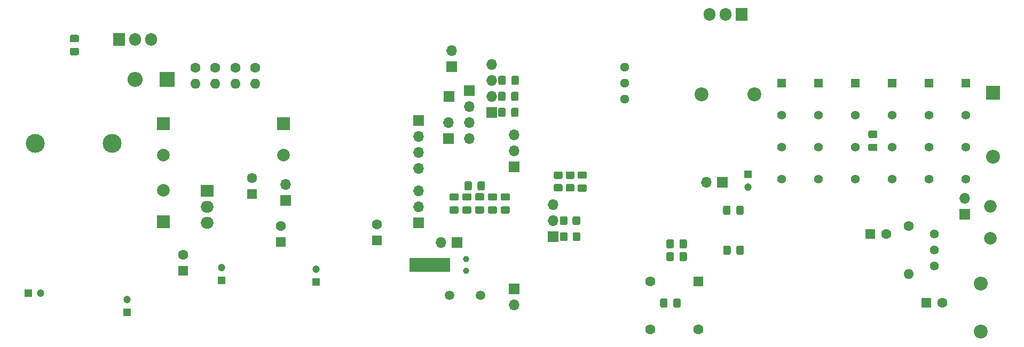
<source format=gbr>
%TF.GenerationSoftware,KiCad,Pcbnew,5.1.10-1.fc34*%
%TF.CreationDate,2021-07-01T18:56:45+03:00*%
%TF.ProjectId,Full schematic,46756c6c-2073-4636-9865-6d617469632e,rev?*%
%TF.SameCoordinates,Original*%
%TF.FileFunction,Soldermask,Bot*%
%TF.FilePolarity,Negative*%
%FSLAX46Y46*%
G04 Gerber Fmt 4.6, Leading zero omitted, Abs format (unit mm)*
G04 Created by KiCad (PCBNEW 5.1.10-1.fc34) date 2021-07-01 18:56:45*
%MOMM*%
%LPD*%
G01*
G04 APERTURE LIST*
%ADD10O,1.700000X1.700000*%
%ADD11R,1.700000X1.700000*%
%ADD12C,2.200000*%
%ADD13C,2.000000*%
%ADD14R,2.000000X2.000000*%
%ADD15R,6.500000X2.200000*%
%ADD16C,1.000000*%
%ADD17C,1.500000*%
%ADD18C,1.600000*%
%ADD19R,1.600000X1.600000*%
%ADD20C,1.440000*%
%ADD21O,1.600000X1.600000*%
%ADD22O,1.905000X2.000000*%
%ADD23R,1.905000X2.000000*%
%ADD24O,2.000000X1.905000*%
%ADD25R,2.000000X1.905000*%
%ADD26O,2.000000X2.000000*%
%ADD27O,2.200000X2.200000*%
%ADD28C,3.000000*%
%ADD29R,1.400000X1.400000*%
%ADD30C,1.400000*%
%ADD31R,2.200000X2.200000*%
%ADD32O,2.400000X2.400000*%
%ADD33R,2.400000X2.400000*%
%ADD34C,1.200000*%
%ADD35R,1.200000X1.200000*%
G04 APERTURE END LIST*
D10*
%TO.C,JP1*%
X100838000Y-156718000D03*
X100838000Y-159258000D03*
D11*
X100838000Y-161798000D03*
%TD*%
D12*
%TO.C,L12*%
X154069000Y-141414500D03*
X145669000Y-141414500D03*
%TD*%
D13*
%TO.C,C58*%
X79375000Y-151050000D03*
D14*
X79375000Y-146050000D03*
%TD*%
D15*
%TO.C,Y2*%
X102616000Y-168529000D03*
D16*
X108366000Y-167579000D03*
X108366000Y-169479000D03*
%TD*%
D17*
%TO.C,Y1*%
X105737000Y-173355000D03*
X110617000Y-173355000D03*
%TD*%
D18*
%TO.C,X1*%
X145161000Y-178752500D03*
X137541000Y-178752500D03*
X137541000Y-171132500D03*
D19*
X145161000Y-171132500D03*
%TD*%
D20*
%TO.C,RV2*%
X182626000Y-163639500D03*
X182626000Y-166179500D03*
X182626000Y-168719500D03*
%TD*%
%TO.C,RV1*%
X133477000Y-142176500D03*
X133477000Y-139636500D03*
X133477000Y-137096500D03*
%TD*%
%TO.C,R92*%
G36*
G01*
X125291001Y-154857500D02*
X124390999Y-154857500D01*
G75*
G02*
X124141000Y-154607501I0J249999D01*
G01*
X124141000Y-153907499D01*
G75*
G02*
X124390999Y-153657500I249999J0D01*
G01*
X125291001Y-153657500D01*
G75*
G02*
X125541000Y-153907499I0J-249999D01*
G01*
X125541000Y-154607501D01*
G75*
G02*
X125291001Y-154857500I-249999J0D01*
G01*
G37*
G36*
G01*
X125291001Y-156857500D02*
X124390999Y-156857500D01*
G75*
G02*
X124141000Y-156607501I0J249999D01*
G01*
X124141000Y-155907499D01*
G75*
G02*
X124390999Y-155657500I249999J0D01*
G01*
X125291001Y-155657500D01*
G75*
G02*
X125541000Y-155907499I0J-249999D01*
G01*
X125541000Y-156607501D01*
G75*
G02*
X125291001Y-156857500I-249999J0D01*
G01*
G37*
%TD*%
%TO.C,R91*%
G36*
G01*
X124441000Y-163570499D02*
X124441000Y-164470501D01*
G75*
G02*
X124191001Y-164720500I-249999J0D01*
G01*
X123490999Y-164720500D01*
G75*
G02*
X123241000Y-164470501I0J249999D01*
G01*
X123241000Y-163570499D01*
G75*
G02*
X123490999Y-163320500I249999J0D01*
G01*
X124191001Y-163320500D01*
G75*
G02*
X124441000Y-163570499I0J-249999D01*
G01*
G37*
G36*
G01*
X126441000Y-163570499D02*
X126441000Y-164470501D01*
G75*
G02*
X126191001Y-164720500I-249999J0D01*
G01*
X125490999Y-164720500D01*
G75*
G02*
X125241000Y-164470501I0J249999D01*
G01*
X125241000Y-163570499D01*
G75*
G02*
X125490999Y-163320500I249999J0D01*
G01*
X126191001Y-163320500D01*
G75*
G02*
X126441000Y-163570499I0J-249999D01*
G01*
G37*
%TD*%
%TO.C,R90*%
G36*
G01*
X123386001Y-154857500D02*
X122485999Y-154857500D01*
G75*
G02*
X122236000Y-154607501I0J249999D01*
G01*
X122236000Y-153907499D01*
G75*
G02*
X122485999Y-153657500I249999J0D01*
G01*
X123386001Y-153657500D01*
G75*
G02*
X123636000Y-153907499I0J-249999D01*
G01*
X123636000Y-154607501D01*
G75*
G02*
X123386001Y-154857500I-249999J0D01*
G01*
G37*
G36*
G01*
X123386001Y-156857500D02*
X122485999Y-156857500D01*
G75*
G02*
X122236000Y-156607501I0J249999D01*
G01*
X122236000Y-155907499D01*
G75*
G02*
X122485999Y-155657500I249999J0D01*
G01*
X123386001Y-155657500D01*
G75*
G02*
X123636000Y-155907499I0J-249999D01*
G01*
X123636000Y-156607501D01*
G75*
G02*
X123386001Y-156857500I-249999J0D01*
G01*
G37*
%TD*%
%TO.C,R88*%
G36*
G01*
X124425000Y-161030499D02*
X124425000Y-161930501D01*
G75*
G02*
X124175001Y-162180500I-249999J0D01*
G01*
X123474999Y-162180500D01*
G75*
G02*
X123225000Y-161930501I0J249999D01*
G01*
X123225000Y-161030499D01*
G75*
G02*
X123474999Y-160780500I249999J0D01*
G01*
X124175001Y-160780500D01*
G75*
G02*
X124425000Y-161030499I0J-249999D01*
G01*
G37*
G36*
G01*
X126425000Y-161030499D02*
X126425000Y-161930501D01*
G75*
G02*
X126175001Y-162180500I-249999J0D01*
G01*
X125474999Y-162180500D01*
G75*
G02*
X125225000Y-161930501I0J249999D01*
G01*
X125225000Y-161030499D01*
G75*
G02*
X125474999Y-160780500I249999J0D01*
G01*
X126175001Y-160780500D01*
G75*
G02*
X126425000Y-161030499I0J-249999D01*
G01*
G37*
%TD*%
D21*
%TO.C,R49*%
X68580000Y-139700000D03*
D18*
X68580000Y-137160000D03*
%TD*%
D21*
%TO.C,R47*%
X74930000Y-139700000D03*
D18*
X74930000Y-137160000D03*
%TD*%
D21*
%TO.C,R46*%
X71755000Y-139700000D03*
D18*
X71755000Y-137160000D03*
%TD*%
D21*
%TO.C,R45*%
X65405000Y-139700000D03*
D18*
X65405000Y-137160000D03*
%TD*%
D22*
%TO.C,Q16*%
X146939000Y-128714500D03*
X149479000Y-128714500D03*
D23*
X152019000Y-128714500D03*
%TD*%
D22*
%TO.C,Q12*%
X58420000Y-132715000D03*
X55880000Y-132715000D03*
D23*
X53340000Y-132715000D03*
%TD*%
D24*
%TO.C,Q7*%
X67310000Y-161798000D03*
X67310000Y-159258000D03*
D25*
X67310000Y-156718000D03*
%TD*%
D26*
%TO.C,L15*%
X191516000Y-159194500D03*
D13*
X191516000Y-164274500D03*
%TD*%
D27*
%TO.C,L14*%
X189992000Y-171513500D03*
D12*
X189992000Y-179133500D03*
%TD*%
D21*
%TO.C,L13*%
X178562000Y-169989500D03*
D18*
X178562000Y-162369500D03*
%TD*%
D28*
%TO.C,L8*%
X52205000Y-149225000D03*
X40005000Y-149225000D03*
%TD*%
D29*
%TO.C,K6*%
X187579000Y-139636500D03*
D30*
X187579000Y-144716500D03*
X187579000Y-149796500D03*
X187579000Y-154876500D03*
%TD*%
D29*
%TO.C,K5*%
X181737000Y-139636500D03*
D30*
X181737000Y-144716500D03*
X181737000Y-149796500D03*
X181737000Y-154876500D03*
%TD*%
D29*
%TO.C,K4*%
X175895000Y-139636500D03*
D30*
X175895000Y-144716500D03*
X175895000Y-149796500D03*
X175895000Y-154876500D03*
%TD*%
D29*
%TO.C,K3*%
X170053000Y-139636500D03*
D30*
X170053000Y-144716500D03*
X170053000Y-149796500D03*
X170053000Y-154876500D03*
%TD*%
D29*
%TO.C,K2*%
X164211000Y-139636500D03*
D30*
X164211000Y-144716500D03*
X164211000Y-149796500D03*
X164211000Y-154876500D03*
%TD*%
D29*
%TO.C,K1*%
X158369000Y-139636500D03*
D30*
X158369000Y-144716500D03*
X158369000Y-149796500D03*
X158369000Y-154876500D03*
%TD*%
D10*
%TO.C,JP4*%
X105537000Y-145923000D03*
D11*
X105537000Y-148463000D03*
%TD*%
D10*
%TO.C,JP3*%
X106045000Y-134493000D03*
D11*
X106045000Y-137033000D03*
%TD*%
D10*
%TO.C,JP2*%
X115951000Y-147828000D03*
X115951000Y-150368000D03*
D11*
X115951000Y-152908000D03*
%TD*%
%TO.C,J10*%
X105600500Y-141732000D03*
%TD*%
D10*
%TO.C,J9*%
X187452000Y-157924500D03*
D11*
X187452000Y-160464500D03*
%TD*%
D10*
%TO.C,J8*%
X122174000Y-158940500D03*
X122174000Y-161480500D03*
D11*
X122174000Y-164020500D03*
%TD*%
D10*
%TO.C,J7*%
X100838000Y-153162000D03*
X100838000Y-150622000D03*
X100838000Y-148082000D03*
D11*
X100838000Y-145542000D03*
%TD*%
D10*
%TO.C,J6*%
X146431000Y-155384500D03*
D11*
X148971000Y-155384500D03*
%TD*%
D10*
%TO.C,J5*%
X108839000Y-148463000D03*
X108839000Y-145923000D03*
X108839000Y-143383000D03*
D11*
X108839000Y-140843000D03*
%TD*%
D10*
%TO.C,J4*%
X104394000Y-164973000D03*
D11*
X106934000Y-164973000D03*
%TD*%
D10*
%TO.C,J3*%
X112395000Y-136652000D03*
X112395000Y-139192000D03*
X112395000Y-141732000D03*
D11*
X112395000Y-144272000D03*
%TD*%
D10*
%TO.C,J2*%
X115951000Y-174879000D03*
D11*
X115951000Y-172339000D03*
%TD*%
D10*
%TO.C,J1*%
X79756000Y-155702000D03*
D11*
X79756000Y-158242000D03*
%TD*%
D27*
%TO.C,D14*%
X191897000Y-151320500D03*
D31*
X191897000Y-141160500D03*
%TD*%
D32*
%TO.C,D12*%
X55880000Y-139065000D03*
D33*
X60960000Y-139065000D03*
%TD*%
%TO.C,C112*%
G36*
G01*
X172372000Y-149252000D02*
X173322000Y-149252000D01*
G75*
G02*
X173572000Y-149502000I0J-250000D01*
G01*
X173572000Y-150177000D01*
G75*
G02*
X173322000Y-150427000I-250000J0D01*
G01*
X172372000Y-150427000D01*
G75*
G02*
X172122000Y-150177000I0J250000D01*
G01*
X172122000Y-149502000D01*
G75*
G02*
X172372000Y-149252000I250000J0D01*
G01*
G37*
G36*
G01*
X172372000Y-147177000D02*
X173322000Y-147177000D01*
G75*
G02*
X173572000Y-147427000I0J-250000D01*
G01*
X173572000Y-148102000D01*
G75*
G02*
X173322000Y-148352000I-250000J0D01*
G01*
X172372000Y-148352000D01*
G75*
G02*
X172122000Y-148102000I0J250000D01*
G01*
X172122000Y-147427000D01*
G75*
G02*
X172372000Y-147177000I250000J0D01*
G01*
G37*
%TD*%
D34*
%TO.C,C111*%
X153035000Y-156114500D03*
D35*
X153035000Y-154114500D03*
%TD*%
D18*
%TO.C,C110*%
X183856000Y-174561500D03*
D19*
X181356000Y-174561500D03*
%TD*%
%TO.C,C109*%
G36*
G01*
X115029000Y-158300000D02*
X114079000Y-158300000D01*
G75*
G02*
X113829000Y-158050000I0J250000D01*
G01*
X113829000Y-157375000D01*
G75*
G02*
X114079000Y-157125000I250000J0D01*
G01*
X115029000Y-157125000D01*
G75*
G02*
X115279000Y-157375000I0J-250000D01*
G01*
X115279000Y-158050000D01*
G75*
G02*
X115029000Y-158300000I-250000J0D01*
G01*
G37*
G36*
G01*
X115029000Y-160375000D02*
X114079000Y-160375000D01*
G75*
G02*
X113829000Y-160125000I0J250000D01*
G01*
X113829000Y-159450000D01*
G75*
G02*
X114079000Y-159200000I250000J0D01*
G01*
X115029000Y-159200000D01*
G75*
G02*
X115279000Y-159450000I0J-250000D01*
G01*
X115279000Y-160125000D01*
G75*
G02*
X115029000Y-160375000I-250000J0D01*
G01*
G37*
%TD*%
%TO.C,C108*%
G36*
G01*
X126271000Y-155729000D02*
X127221000Y-155729000D01*
G75*
G02*
X127471000Y-155979000I0J-250000D01*
G01*
X127471000Y-156654000D01*
G75*
G02*
X127221000Y-156904000I-250000J0D01*
G01*
X126271000Y-156904000D01*
G75*
G02*
X126021000Y-156654000I0J250000D01*
G01*
X126021000Y-155979000D01*
G75*
G02*
X126271000Y-155729000I250000J0D01*
G01*
G37*
G36*
G01*
X126271000Y-153654000D02*
X127221000Y-153654000D01*
G75*
G02*
X127471000Y-153904000I0J-250000D01*
G01*
X127471000Y-154579000D01*
G75*
G02*
X127221000Y-154829000I-250000J0D01*
G01*
X126271000Y-154829000D01*
G75*
G02*
X126021000Y-154579000I0J250000D01*
G01*
X126021000Y-153904000D01*
G75*
G02*
X126271000Y-153654000I250000J0D01*
G01*
G37*
%TD*%
%TO.C,C100*%
G36*
G01*
X110156500Y-156431000D02*
X110156500Y-155481000D01*
G75*
G02*
X110406500Y-155231000I250000J0D01*
G01*
X111081500Y-155231000D01*
G75*
G02*
X111331500Y-155481000I0J-250000D01*
G01*
X111331500Y-156431000D01*
G75*
G02*
X111081500Y-156681000I-250000J0D01*
G01*
X110406500Y-156681000D01*
G75*
G02*
X110156500Y-156431000I0J250000D01*
G01*
G37*
G36*
G01*
X108081500Y-156431000D02*
X108081500Y-155481000D01*
G75*
G02*
X108331500Y-155231000I250000J0D01*
G01*
X109006500Y-155231000D01*
G75*
G02*
X109256500Y-155481000I0J-250000D01*
G01*
X109256500Y-156431000D01*
G75*
G02*
X109006500Y-156681000I-250000J0D01*
G01*
X108331500Y-156681000D01*
G75*
G02*
X108081500Y-156431000I0J250000D01*
G01*
G37*
%TD*%
%TO.C,C98*%
G36*
G01*
X106901000Y-158300000D02*
X105951000Y-158300000D01*
G75*
G02*
X105701000Y-158050000I0J250000D01*
G01*
X105701000Y-157375000D01*
G75*
G02*
X105951000Y-157125000I250000J0D01*
G01*
X106901000Y-157125000D01*
G75*
G02*
X107151000Y-157375000I0J-250000D01*
G01*
X107151000Y-158050000D01*
G75*
G02*
X106901000Y-158300000I-250000J0D01*
G01*
G37*
G36*
G01*
X106901000Y-160375000D02*
X105951000Y-160375000D01*
G75*
G02*
X105701000Y-160125000I0J250000D01*
G01*
X105701000Y-159450000D01*
G75*
G02*
X105951000Y-159200000I250000J0D01*
G01*
X106901000Y-159200000D01*
G75*
G02*
X107151000Y-159450000I0J-250000D01*
G01*
X107151000Y-160125000D01*
G75*
G02*
X106901000Y-160375000I-250000J0D01*
G01*
G37*
%TD*%
%TO.C,C94*%
G36*
G01*
X108933000Y-158300000D02*
X107983000Y-158300000D01*
G75*
G02*
X107733000Y-158050000I0J250000D01*
G01*
X107733000Y-157375000D01*
G75*
G02*
X107983000Y-157125000I250000J0D01*
G01*
X108933000Y-157125000D01*
G75*
G02*
X109183000Y-157375000I0J-250000D01*
G01*
X109183000Y-158050000D01*
G75*
G02*
X108933000Y-158300000I-250000J0D01*
G01*
G37*
G36*
G01*
X108933000Y-160375000D02*
X107983000Y-160375000D01*
G75*
G02*
X107733000Y-160125000I0J250000D01*
G01*
X107733000Y-159450000D01*
G75*
G02*
X107983000Y-159200000I250000J0D01*
G01*
X108933000Y-159200000D01*
G75*
G02*
X109183000Y-159450000I0J-250000D01*
G01*
X109183000Y-160125000D01*
G75*
G02*
X108933000Y-160375000I-250000J0D01*
G01*
G37*
%TD*%
%TO.C,C86*%
G36*
G01*
X110965000Y-158278500D02*
X110015000Y-158278500D01*
G75*
G02*
X109765000Y-158028500I0J250000D01*
G01*
X109765000Y-157353500D01*
G75*
G02*
X110015000Y-157103500I250000J0D01*
G01*
X110965000Y-157103500D01*
G75*
G02*
X111215000Y-157353500I0J-250000D01*
G01*
X111215000Y-158028500D01*
G75*
G02*
X110965000Y-158278500I-250000J0D01*
G01*
G37*
G36*
G01*
X110965000Y-160353500D02*
X110015000Y-160353500D01*
G75*
G02*
X109765000Y-160103500I0J250000D01*
G01*
X109765000Y-159428500D01*
G75*
G02*
X110015000Y-159178500I250000J0D01*
G01*
X110965000Y-159178500D01*
G75*
G02*
X111215000Y-159428500I0J-250000D01*
G01*
X111215000Y-160103500D01*
G75*
G02*
X110965000Y-160353500I-250000J0D01*
G01*
G37*
%TD*%
%TO.C,C85*%
G36*
G01*
X112997000Y-158300000D02*
X112047000Y-158300000D01*
G75*
G02*
X111797000Y-158050000I0J250000D01*
G01*
X111797000Y-157375000D01*
G75*
G02*
X112047000Y-157125000I250000J0D01*
G01*
X112997000Y-157125000D01*
G75*
G02*
X113247000Y-157375000I0J-250000D01*
G01*
X113247000Y-158050000D01*
G75*
G02*
X112997000Y-158300000I-250000J0D01*
G01*
G37*
G36*
G01*
X112997000Y-160375000D02*
X112047000Y-160375000D01*
G75*
G02*
X111797000Y-160125000I0J250000D01*
G01*
X111797000Y-159450000D01*
G75*
G02*
X112047000Y-159200000I250000J0D01*
G01*
X112997000Y-159200000D01*
G75*
G02*
X113247000Y-159450000I0J-250000D01*
G01*
X113247000Y-160125000D01*
G75*
G02*
X112997000Y-160375000I-250000J0D01*
G01*
G37*
%TD*%
%TO.C,C81*%
G36*
G01*
X115490500Y-144747000D02*
X115490500Y-143797000D01*
G75*
G02*
X115740500Y-143547000I250000J0D01*
G01*
X116415500Y-143547000D01*
G75*
G02*
X116665500Y-143797000I0J-250000D01*
G01*
X116665500Y-144747000D01*
G75*
G02*
X116415500Y-144997000I-250000J0D01*
G01*
X115740500Y-144997000D01*
G75*
G02*
X115490500Y-144747000I0J250000D01*
G01*
G37*
G36*
G01*
X113415500Y-144747000D02*
X113415500Y-143797000D01*
G75*
G02*
X113665500Y-143547000I250000J0D01*
G01*
X114340500Y-143547000D01*
G75*
G02*
X114590500Y-143797000I0J-250000D01*
G01*
X114590500Y-144747000D01*
G75*
G02*
X114340500Y-144997000I-250000J0D01*
G01*
X113665500Y-144997000D01*
G75*
G02*
X113415500Y-144747000I0J250000D01*
G01*
G37*
%TD*%
%TO.C,C78*%
G36*
G01*
X115490500Y-142207000D02*
X115490500Y-141257000D01*
G75*
G02*
X115740500Y-141007000I250000J0D01*
G01*
X116415500Y-141007000D01*
G75*
G02*
X116665500Y-141257000I0J-250000D01*
G01*
X116665500Y-142207000D01*
G75*
G02*
X116415500Y-142457000I-250000J0D01*
G01*
X115740500Y-142457000D01*
G75*
G02*
X115490500Y-142207000I0J250000D01*
G01*
G37*
G36*
G01*
X113415500Y-142207000D02*
X113415500Y-141257000D01*
G75*
G02*
X113665500Y-141007000I250000J0D01*
G01*
X114340500Y-141007000D01*
G75*
G02*
X114590500Y-141257000I0J-250000D01*
G01*
X114590500Y-142207000D01*
G75*
G02*
X114340500Y-142457000I-250000J0D01*
G01*
X113665500Y-142457000D01*
G75*
G02*
X113415500Y-142207000I0J250000D01*
G01*
G37*
%TD*%
%TO.C,C76*%
G36*
G01*
X115533500Y-139667000D02*
X115533500Y-138717000D01*
G75*
G02*
X115783500Y-138467000I250000J0D01*
G01*
X116458500Y-138467000D01*
G75*
G02*
X116708500Y-138717000I0J-250000D01*
G01*
X116708500Y-139667000D01*
G75*
G02*
X116458500Y-139917000I-250000J0D01*
G01*
X115783500Y-139917000D01*
G75*
G02*
X115533500Y-139667000I0J250000D01*
G01*
G37*
G36*
G01*
X113458500Y-139667000D02*
X113458500Y-138717000D01*
G75*
G02*
X113708500Y-138467000I250000J0D01*
G01*
X114383500Y-138467000D01*
G75*
G02*
X114633500Y-138717000I0J-250000D01*
G01*
X114633500Y-139667000D01*
G75*
G02*
X114383500Y-139917000I-250000J0D01*
G01*
X113708500Y-139917000D01*
G75*
G02*
X113458500Y-139667000I0J250000D01*
G01*
G37*
%TD*%
D18*
%TO.C,C75*%
X174966000Y-163639500D03*
D19*
X172466000Y-163639500D03*
%TD*%
D13*
%TO.C,C53*%
X60325000Y-151050000D03*
D14*
X60325000Y-146050000D03*
%TD*%
D18*
%TO.C,C50*%
X94234000Y-162092000D03*
D19*
X94234000Y-164592000D03*
%TD*%
D18*
%TO.C,C49*%
X78994000Y-162346000D03*
D19*
X78994000Y-164846000D03*
%TD*%
D18*
%TO.C,C48*%
X63500000Y-166918000D03*
D19*
X63500000Y-169418000D03*
%TD*%
D13*
%TO.C,C29*%
X60325000Y-156671000D03*
D14*
X60325000Y-161671000D03*
%TD*%
%TO.C,C23*%
G36*
G01*
X45753000Y-134032500D02*
X46703000Y-134032500D01*
G75*
G02*
X46953000Y-134282500I0J-250000D01*
G01*
X46953000Y-134957500D01*
G75*
G02*
X46703000Y-135207500I-250000J0D01*
G01*
X45753000Y-135207500D01*
G75*
G02*
X45503000Y-134957500I0J250000D01*
G01*
X45503000Y-134282500D01*
G75*
G02*
X45753000Y-134032500I250000J0D01*
G01*
G37*
G36*
G01*
X45753000Y-131957500D02*
X46703000Y-131957500D01*
G75*
G02*
X46953000Y-132207500I0J-250000D01*
G01*
X46953000Y-132882500D01*
G75*
G02*
X46703000Y-133132500I-250000J0D01*
G01*
X45753000Y-133132500D01*
G75*
G02*
X45503000Y-132882500I0J250000D01*
G01*
X45503000Y-132207500D01*
G75*
G02*
X45753000Y-131957500I250000J0D01*
G01*
G37*
%TD*%
%TO.C,C18*%
G36*
G01*
X142182000Y-165638500D02*
X142182000Y-164688500D01*
G75*
G02*
X142432000Y-164438500I250000J0D01*
G01*
X143107000Y-164438500D01*
G75*
G02*
X143357000Y-164688500I0J-250000D01*
G01*
X143357000Y-165638500D01*
G75*
G02*
X143107000Y-165888500I-250000J0D01*
G01*
X142432000Y-165888500D01*
G75*
G02*
X142182000Y-165638500I0J250000D01*
G01*
G37*
G36*
G01*
X140107000Y-165638500D02*
X140107000Y-164688500D01*
G75*
G02*
X140357000Y-164438500I250000J0D01*
G01*
X141032000Y-164438500D01*
G75*
G02*
X141282000Y-164688500I0J-250000D01*
G01*
X141282000Y-165638500D01*
G75*
G02*
X141032000Y-165888500I-250000J0D01*
G01*
X140357000Y-165888500D01*
G75*
G02*
X140107000Y-165638500I0J250000D01*
G01*
G37*
%TD*%
D34*
%TO.C,C12*%
X40894000Y-172974000D03*
D35*
X38894000Y-172974000D03*
%TD*%
D34*
%TO.C,C11*%
X84582000Y-169196000D03*
D35*
X84582000Y-171196000D03*
%TD*%
D34*
%TO.C,C10*%
X69596000Y-168942000D03*
D35*
X69596000Y-170942000D03*
%TD*%
D34*
%TO.C,C9*%
X54610000Y-174022000D03*
D35*
X54610000Y-176022000D03*
%TD*%
%TO.C,C8*%
G36*
G01*
X142182000Y-167670500D02*
X142182000Y-166720500D01*
G75*
G02*
X142432000Y-166470500I250000J0D01*
G01*
X143107000Y-166470500D01*
G75*
G02*
X143357000Y-166720500I0J-250000D01*
G01*
X143357000Y-167670500D01*
G75*
G02*
X143107000Y-167920500I-250000J0D01*
G01*
X142432000Y-167920500D01*
G75*
G02*
X142182000Y-167670500I0J250000D01*
G01*
G37*
G36*
G01*
X140107000Y-167670500D02*
X140107000Y-166720500D01*
G75*
G02*
X140357000Y-166470500I250000J0D01*
G01*
X141032000Y-166470500D01*
G75*
G02*
X141282000Y-166720500I0J-250000D01*
G01*
X141282000Y-167670500D01*
G75*
G02*
X141032000Y-167920500I-250000J0D01*
G01*
X140357000Y-167920500D01*
G75*
G02*
X140107000Y-167670500I0J250000D01*
G01*
G37*
%TD*%
%TO.C,C7*%
G36*
G01*
X141187500Y-175036500D02*
X141187500Y-174086500D01*
G75*
G02*
X141437500Y-173836500I250000J0D01*
G01*
X142112500Y-173836500D01*
G75*
G02*
X142362500Y-174086500I0J-250000D01*
G01*
X142362500Y-175036500D01*
G75*
G02*
X142112500Y-175286500I-250000J0D01*
G01*
X141437500Y-175286500D01*
G75*
G02*
X141187500Y-175036500I0J250000D01*
G01*
G37*
G36*
G01*
X139112500Y-175036500D02*
X139112500Y-174086500D01*
G75*
G02*
X139362500Y-173836500I250000J0D01*
G01*
X140037500Y-173836500D01*
G75*
G02*
X140287500Y-174086500I0J-250000D01*
G01*
X140287500Y-175036500D01*
G75*
G02*
X140037500Y-175286500I-250000J0D01*
G01*
X139362500Y-175286500D01*
G75*
G02*
X139112500Y-175036500I0J250000D01*
G01*
G37*
%TD*%
%TO.C,C3*%
G36*
G01*
X151177500Y-160304500D02*
X151177500Y-159354500D01*
G75*
G02*
X151427500Y-159104500I250000J0D01*
G01*
X152102500Y-159104500D01*
G75*
G02*
X152352500Y-159354500I0J-250000D01*
G01*
X152352500Y-160304500D01*
G75*
G02*
X152102500Y-160554500I-250000J0D01*
G01*
X151427500Y-160554500D01*
G75*
G02*
X151177500Y-160304500I0J250000D01*
G01*
G37*
G36*
G01*
X149102500Y-160304500D02*
X149102500Y-159354500D01*
G75*
G02*
X149352500Y-159104500I250000J0D01*
G01*
X150027500Y-159104500D01*
G75*
G02*
X150277500Y-159354500I0J-250000D01*
G01*
X150277500Y-160304500D01*
G75*
G02*
X150027500Y-160554500I-250000J0D01*
G01*
X149352500Y-160554500D01*
G75*
G02*
X149102500Y-160304500I0J250000D01*
G01*
G37*
%TD*%
%TO.C,C2*%
G36*
G01*
X151199000Y-166654500D02*
X151199000Y-165704500D01*
G75*
G02*
X151449000Y-165454500I250000J0D01*
G01*
X152124000Y-165454500D01*
G75*
G02*
X152374000Y-165704500I0J-250000D01*
G01*
X152374000Y-166654500D01*
G75*
G02*
X152124000Y-166904500I-250000J0D01*
G01*
X151449000Y-166904500D01*
G75*
G02*
X151199000Y-166654500I0J250000D01*
G01*
G37*
G36*
G01*
X149124000Y-166654500D02*
X149124000Y-165704500D01*
G75*
G02*
X149374000Y-165454500I250000J0D01*
G01*
X150049000Y-165454500D01*
G75*
G02*
X150299000Y-165704500I0J-250000D01*
G01*
X150299000Y-166654500D01*
G75*
G02*
X150049000Y-166904500I-250000J0D01*
G01*
X149374000Y-166904500D01*
G75*
G02*
X149124000Y-166654500I0J250000D01*
G01*
G37*
%TD*%
D18*
%TO.C,C1*%
X74422000Y-154726000D03*
D19*
X74422000Y-157226000D03*
%TD*%
M02*

</source>
